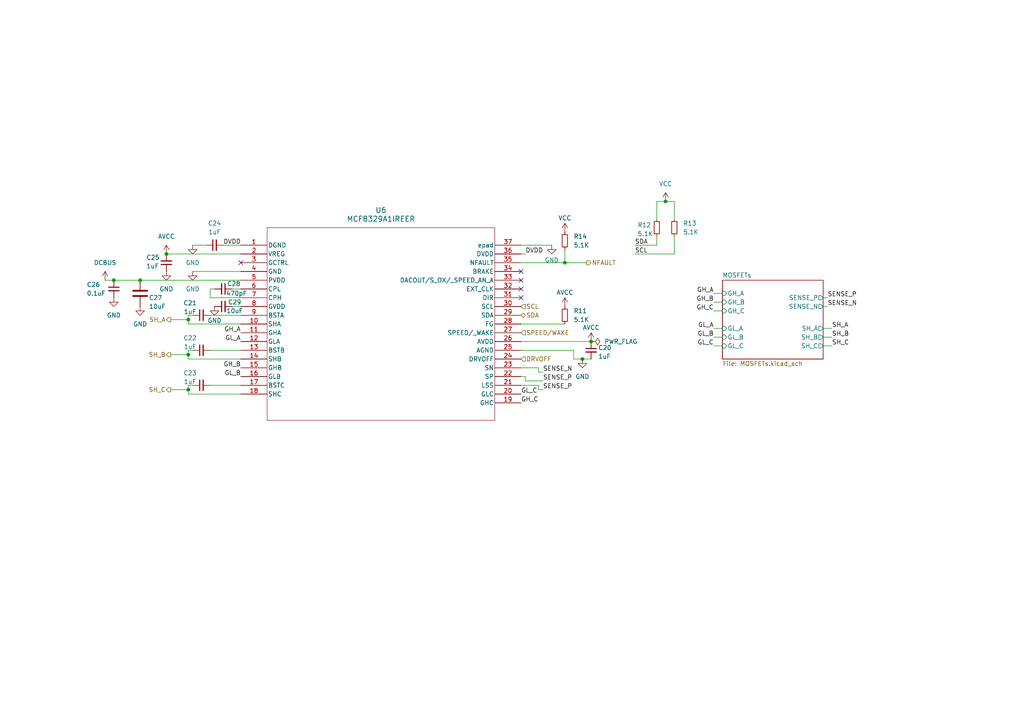
<source format=kicad_sch>
(kicad_sch (version 20231120) (generator "eeschema") (generator_version "8.0")
  (paper "A4")
  (lib_symbols
    (symbol "Device:C" (pin_numbers hide) (pin_names (offset 0.254))
      (property "Reference" "C" (at 0.635 2.54 0))
      (property "Value" "C" (at 0.635 -2.54 0))
      (symbol "C_0_1"
        (polyline (pts (xy -2.032 -0.762) (xy 2.032 -0.762)) (stroke (width 0.508)))
        (polyline (pts (xy -2.032 0.762) (xy 2.032 0.762)) (stroke (width 0.508)))
      )
      (symbol "C_1_1"
        (pin passive line (at 0 3.81 270) (length 2.794) (name "~") (number "1"))
        (pin passive line (at 0 -3.81 90) (length 2.794) (name "~") (number "2"))
      )
    )
    (symbol "Device:C_Small" (pin_numbers hide) (pin_names (offset 0.254) hide)
      (property "Reference" "C" (at 0.254 1.778 0))
      (property "Value" "C_Small" (at 0.254 -2.032 0))
      (symbol "C_Small_0_1"
        (polyline (pts (xy -1.524 -0.508) (xy 1.524 -0.508)) (stroke (width 0.3302)))
        (polyline (pts (xy -1.524 0.508) (xy 1.524 0.508)) (stroke (width 0.3048)))
      )
      (symbol "C_Small_1_1"
        (pin passive line (at 0 2.54 270) (length 2.032) (name "~") (number "1"))
        (pin passive line (at 0 -2.54 90) (length 2.032) (name "~") (number "2"))
      )
    )
    (symbol "Device:R_Small" (pin_numbers hide) (pin_names (offset 0.254) hide)
      (property "Reference" "R" (at 0.762 0.508 0))
      (property "Value" "R_Small" (at 0.762 -1.016 0))
      (symbol "R_Small_0_1"
        (rectangle (start -0.762 1.778) (end 0.762 -1.778) (stroke (width 0.2032)))
      )
      (symbol "R_Small_1_1"
        (pin passive line (at 0 2.54 270) (length 0.762) (name "~") (number "1"))
        (pin passive line (at 0 -2.54 90) (length 0.762) (name "~") (number "2"))
      )
    )
    (symbol "MCF8329A:MCF8329A1IREER" (pin_names (offset 0.254))
      (property "Reference" "U6" (at 40.64 10.16 0))
      (property "Value" "MCF8329A1IREER" (at 40.64 7.62 0))
      (symbol "MCF8329A1IREER_0_1"
        (polyline (pts (xy 7.62 -50.8) (xy 73.66 -50.8)) (stroke (width 0.127)))
        (polyline (pts (xy 7.62 5.08) (xy 7.62 -50.8)) (stroke (width 0.127)))
        (polyline (pts (xy 73.66 -50.8) (xy 73.66 5.08)) (stroke (width 0.127)))
        (polyline (pts (xy 73.66 5.08) (xy 7.62 5.08)) (stroke (width 0.127)))
        (pin power_out line (at 0 0 0) (length 7.62) (name "DGND") (number "1"))
        (pin bidirectional line (at 0 -22.86 0) (length 7.62) (name "SHA") (number "10"))
        (pin output line (at 0 -25.4 0) (length 7.62) (name "GHA") (number "11"))
        (pin output line (at 0 -27.94 0) (length 7.62) (name "GLA") (number "12"))
        (pin output line (at 0 -30.48 0) (length 7.62) (name "BSTB") (number "13"))
        (pin bidirectional line (at 0 -33.02 0) (length 7.62) (name "SHB") (number "14"))
        (pin output line (at 0 -35.56 0) (length 7.62) (name "GHB") (number "15"))
        (pin output line (at 0 -38.1 0) (length 7.62) (name "GLB") (number "16"))
        (pin output line (at 0 -40.64 0) (length 7.62) (name "BSTC") (number "17"))
        (pin bidirectional line (at 0 -43.18 0) (length 7.62) (name "SHC") (number "18"))
        (pin output line (at 81.28 -45.72 180) (length 7.62) (name "GHC") (number "19"))
        (pin power_in line (at 0 -2.54 0) (length 7.62) (name "VREG") (number "2"))
        (pin output line (at 81.28 -43.18 180) (length 7.62) (name "GLC") (number "20"))
        (pin power_in line (at 81.28 -40.64 180) (length 7.62) (name "LSS") (number "21"))
        (pin input line (at 81.28 -38.1 180) (length 7.62) (name "SP") (number "22"))
        (pin input line (at 81.28 -35.56 180) (length 7.62) (name "SN") (number "23"))
        (pin input line (at 81.28 -33.02 180) (length 7.62) (name "DRVOFF") (number "24"))
        (pin power_in line (at 81.28 -27.94 180) (length 7.62) (name "AVDD") (number "26"))
        (pin input line (at 81.28 -25.4 180) (length 7.62) (name "SPEED/_WAKE") (number "27"))
        (pin output line (at 81.28 -22.86 180) (length 7.62) (name "FG") (number "28"))
        (pin bidirectional line (at 81.28 -20.32 180) (length 7.62) (name "SDA") (number "29"))
        (pin output line (at 0 -5.08 0) (length 7.62) (name "GCTRL") (number "3"))
        (pin input line (at 81.28 -17.78 180) (length 7.62) (name "SCL") (number "30"))
        (pin input line (at 81.28 -15.24 180) (length 7.62) (name "DIR") (number "31"))
        (pin input line (at 81.28 -12.7 180) (length 7.62) (name "EXT_CLK") (number "32"))
        (pin bidirectional line (at 81.28 -10.16 180) (length 7.62) (name "DACOUT/S_OX/_SPEED_AN_A") (number "33"))
        (pin input line (at 81.28 -7.62 180) (length 7.62) (name "BRAKE") (number "34"))
        (pin output line (at 81.28 -5.08 180) (length 7.62) (name "NFAULT") (number "35"))
        (pin power_in line (at 81.28 -2.54 180) (length 7.62) (name "DVDD") (number "36"))
        (pin power_out line (at 0 -7.62 0) (length 7.62) (name "GND") (number "4"))
        (pin power_in line (at 0 -10.16 0) (length 7.62) (name "PVDD") (number "5"))
        (pin output line (at 0 -20.32 0) (length 7.62) (name "BSTA") (number "9"))
      )
      (symbol "MCF8329A1IREER_1_1"
        (pin passive line (at 81.28 -30.48 180) (length 7.62) (name "AGND") (number "25"))
        (pin passive line (at 81.28 0 180) (length 7.62) (name "epad") (number "37"))
        (pin passive line (at 0 -12.7 0) (length 7.62) (name "CPL") (number "6"))
        (pin passive line (at 0 -15.24 0) (length 7.62) (name "CPH") (number "7"))
        (pin passive line (at 0 -17.78 0) (length 7.62) (name "GVDD") (number "8"))
      )
    )
    (symbol "power:GND" (power) (pin_numbers hide) (pin_names (offset 0) hide)
      (property "Value" "GND" (at 0 -3.81 0))
      (symbol "GND_0_1"
        (polyline (pts (xy 0 0) (xy 0 -1.27) (xy 1.27 -1.27) (xy 0 -2.54) (xy -1.27 -1.27) (xy 0 -1.27)))
      )
      (symbol "GND_1_1"
        (pin power_in line (at 0 0 270) (length 0) (name "~") (number "1"))
      )
    )
    (symbol "power:PWR_FLAG" (power) (pin_numbers hide) (pin_names (offset 0) hide)
      (property "Value" "PWR_FLAG" (at 0 3.81 0))
      (symbol "PWR_FLAG_0_0"
        (pin power_out line (at 0 0 90) (length 0) (name "~") (number "1"))
      )
      (symbol "PWR_FLAG_0_1"
        (polyline (pts (xy 0 0) (xy 0 1.27) (xy -1.016 1.905) (xy 0 2.54) (xy 1.016 1.905) (xy 0 1.27)))
      )
    )
    (symbol "power:VCC" (power) (pin_numbers hide) (pin_names (offset 0) hide)
      (property "Value" "VCC" (at 0 3.556 0))
      (symbol "VCC_0_1"
        (polyline (pts (xy -0.762 1.27) (xy 0 2.54)))
        (polyline (pts (xy 0 0) (xy 0 2.54)))
        (polyline (pts (xy 0 2.54) (xy 0.762 1.27)))
      )
      (symbol "VCC_1_1"
        (pin power_in line (at 0 0 90) (length 0) (name "~") (number "1"))
      )
    )
  )
  (junction (at 33.02 81.28))
  (junction (at 54.61 92.71))
  (junction (at 48.26 73.66))
  (junction (at 168.91 104.14))
  (junction (at 54.61 102.87))
  (junction (at 171.45 99.06))
  (junction (at 163.83 76.2))
  (junction (at 54.61 113.03))
  (junction (at 193.04 58.42))
  (junction (at 40.64 81.28))
  (no_connect (at 151.13 81.28))
  (no_connect (at 69.85 76.2))
  (no_connect (at 151.13 83.82))
  (no_connect (at 151.13 86.36))
  (no_connect (at 151.13 78.74))
  (wire (pts (xy 193.04 58.42) (xy 190.5 58.42)))
  (wire (pts (xy 156.21 113.03) (xy 157.48 113.03)))
  (wire (pts (xy 184.15 73.66) (xy 195.58 73.66)))
  (wire (pts (xy 55.88 91.44) (xy 54.61 91.44)))
  (wire (pts (xy 54.61 92.71) (xy 54.61 93.98)))
  (wire (pts (xy 207.01 90.17) (xy 209.55 90.17)))
  (wire (pts (xy 207.01 87.63) (xy 209.55 87.63)))
  (wire (pts (xy 207.01 95.25) (xy 209.55 95.25)))
  (wire (pts (xy 54.61 104.14) (xy 69.85 104.14)))
  (wire (pts (xy 241.3 97.79) (xy 238.76 97.79)))
  (wire (pts (xy 240.03 86.36) (xy 238.76 86.36)))
  (wire (pts (xy 207.01 97.79) (xy 209.55 97.79)))
  (wire (pts (xy 156.21 111.76) (xy 151.13 111.76)))
  (wire (pts (xy 49.53 102.87) (xy 54.61 102.87)))
  (wire (pts (xy 60.96 91.44) (xy 69.85 91.44)))
  (wire (pts (xy 152.4 73.66) (xy 151.13 73.66)))
  (wire (pts (xy 241.3 100.33) (xy 238.76 100.33)))
  (wire (pts (xy 156.21 113.03) (xy 156.21 111.76)))
  (wire (pts (xy 55.88 101.6) (xy 54.61 101.6)))
  (wire (pts (xy 207.01 100.33) (xy 209.55 100.33)))
  (wire (pts (xy 157.48 110.49) (xy 152.4 110.49)))
  (wire (pts (xy 151.13 93.98) (xy 163.83 93.98)))
  (wire (pts (xy 166.37 101.6) (xy 166.37 104.14)))
  (wire (pts (xy 184.15 71.12) (xy 190.5 71.12)))
  (wire (pts (xy 40.64 81.28) (xy 69.85 81.28)))
  (wire (pts (xy 152.4 110.49) (xy 152.4 109.22)))
  (wire (pts (xy 207.01 85.09) (xy 209.55 85.09)))
  (wire (pts (xy 54.61 101.6) (xy 54.61 102.87)))
  (wire (pts (xy 54.61 113.03) (xy 54.61 114.3)))
  (wire (pts (xy 195.58 68.58) (xy 195.58 73.66)))
  (wire (pts (xy 54.61 102.87) (xy 54.61 104.14)))
  (wire (pts (xy 163.83 72.39) (xy 163.83 76.2)))
  (wire (pts (xy 54.61 114.3) (xy 69.85 114.3)))
  (wire (pts (xy 60.96 83.82) (xy 60.96 86.36)))
  (wire (pts (xy 195.58 58.42) (xy 195.58 63.5)))
  (wire (pts (xy 151.13 71.12) (xy 160.02 71.12)))
  (wire (pts (xy 168.91 104.14) (xy 171.45 104.14)))
  (wire (pts (xy 241.3 95.25) (xy 238.76 95.25)))
  (wire (pts (xy 54.61 93.98) (xy 69.85 93.98)))
  (wire (pts (xy 49.53 92.71) (xy 54.61 92.71)))
  (wire (pts (xy 151.13 99.06) (xy 171.45 99.06)))
  (wire (pts (xy 48.26 73.66) (xy 69.85 73.66)))
  (wire (pts (xy 156.21 106.68) (xy 151.13 106.68)))
  (wire (pts (xy 170.18 76.2) (xy 163.83 76.2)))
  (wire (pts (xy 190.5 58.42) (xy 190.5 63.5)))
  (wire (pts (xy 49.53 113.03) (xy 54.61 113.03)))
  (wire (pts (xy 60.96 83.82) (xy 62.23 83.82)))
  (wire (pts (xy 151.13 101.6) (xy 166.37 101.6)))
  (wire (pts (xy 193.04 58.42) (xy 195.58 58.42)))
  (wire (pts (xy 60.96 111.76) (xy 69.85 111.76)))
  (wire (pts (xy 54.61 111.76) (xy 54.61 113.03)))
  (wire (pts (xy 67.31 88.9) (xy 69.85 88.9)))
  (wire (pts (xy 54.61 91.44) (xy 54.61 92.71)))
  (wire (pts (xy 64.77 71.12) (xy 69.85 71.12)))
  (wire (pts (xy 166.37 104.14) (xy 168.91 104.14)))
  (wire (pts (xy 163.83 76.2) (xy 151.13 76.2)))
  (wire (pts (xy 67.31 83.82) (xy 69.85 83.82)))
  (wire (pts (xy 33.02 81.28) (xy 40.64 81.28)))
  (wire (pts (xy 60.96 86.36) (xy 69.85 86.36)))
  (wire (pts (xy 190.5 68.58) (xy 190.5 71.12)))
  (wire (pts (xy 30.48 81.28) (xy 33.02 81.28)))
  (wire (pts (xy 55.88 78.74) (xy 69.85 78.74)))
  (wire (pts (xy 60.96 101.6) (xy 69.85 101.6)))
  (wire (pts (xy 152.4 109.22) (xy 151.13 109.22)))
  (wire (pts (xy 55.88 111.76) (xy 54.61 111.76)))
  (wire (pts (xy 157.48 107.95) (xy 156.21 107.95)))
  (wire (pts (xy 240.03 88.9) (xy 238.76 88.9)))
  (wire (pts (xy 55.88 71.12) (xy 59.69 71.12)))
  (wire (pts (xy 156.21 107.95) (xy 156.21 106.68)))
  (label "GH_A" (at 207.01 85.09 180))
  (label "SENSE_P" (at 240.03 86.36 0))
  (label "GL_B" (at 69.85 109.22 180))
  (label "GH_B" (at 69.85 106.68 180))
  (label "SENSE_P" (at 157.48 113.03 0))
  (label "GH_B" (at 207.01 87.63 180))
  (label "GL_C" (at 207.01 100.33 180))
  (label "SDA" (at 184.15 71.12 0))
  (label "SH_B" (at 241.3 97.79 0))
  (label "GL_C" (at 151.13 114.3 0))
  (label "GH_A" (at 69.85 96.52 180))
  (label "SCL" (at 184.15 73.66 0))
  (label "GH_C" (at 151.13 116.84 0))
  (label "GL_B" (at 207.01 97.79 180))
  (label "SENSE_N" (at 240.03 88.9 0))
  (label "GL_A" (at 69.85 99.06 180))
  (label "SENSE_P" (at 157.48 110.49 0))
  (label "SH_C" (at 241.3 100.33 0))
  (label "DVDD" (at 152.4 73.66 0))
  (label "SENSE_N" (at 157.48 107.95 0))
  (label "DVDD" (at 64.77 71.12 0))
  (label "GH_C" (at 207.01 90.17 180))
  (label "GL_A" (at 207.01 95.25 180))
  (label "SH_A" (at 241.3 95.25 0))
  (hierarchical_label "SH_C" (shape output) (at 49.53 113.03 180))
  (hierarchical_label "SH_B" (shape output) (at 49.53 102.87 180))
  (hierarchical_label "SDA" (shape bidirectional) (at 151.13 91.44 0))
  (hierarchical_label "DRVOFF" (shape input) (at 151.13 104.14 0))
  (hierarchical_label "SH_A" (shape output) (at 49.53 92.71 180))
  (hierarchical_label "SCL" (shape input) (at 151.13 88.9 0))
  (hierarchical_label "NFAULT" (shape output) (at 170.18 76.2 0))
  (hierarchical_label "SPEED{slash}WAKE" (shape input) (at 151.13 96.52 0))
  (symbol (lib_id "Device:C_Small") (at 64.77 88.9 90) (unit 1)
    (property "Reference" "C29" (at 68.072 87.63 90))
    (property "Value" "10uF" (at 68.072 90.17 90))
    (property "Footprint" "Capacitor_SMD:C_0603_1608Metric" (effects (hide yes)))
    (property "Description" "Unpolarized capacitor, small symbol" (effects (hide yes)))
    (property "LCSC Part #" "C194427" (effects (hide yes)))
  )
  (symbol (lib_id "Device:C_Small") (at 171.45 101.6 0) (unit 1)
    (property "Reference" "C20" (at 173.482 100.838 0) (effects (justify left)))
    (property "Value" "1uF" (at 173.482 103.378 0) (effects (justify left)))
    (property "Footprint" "Capacitor_SMD:C_0603_1608Metric" (effects (hide yes)))
    (property "Description" "Unpolarized capacitor, small symbol" (effects (hide yes)))
    (property "LCSC Part #" "C106858" (effects (hide yes)))
  )
  (symbol (lib_id "power:VCC") (at 163.83 88.9 0) (unit 1)
    (property "Reference" "#PWR033" (effects (hide yes)))
    (property "Value" "AVCC" (at 163.83 84.836 0))
    (property "Description" "Power symbol creates a global label with name \"VCC\"" (effects (hide yes)))
  )
  (symbol (lib_id "Device:C_Small") (at 62.23 71.12 90) (unit 1)
    (property "Reference" "C24" (at 62.2363 64.77 90))
    (property "Value" "1uF" (at 62.2363 67.31 90))
    (property "Footprint" "Capacitor_SMD:C_0603_1608Metric" (effects (hide yes)))
    (property "Description" "Unpolarized capacitor, small symbol" (effects (hide yes)))
    (property "LCSC Part #" "C106858" (effects (hide yes)))
  )
  (symbol (lib_id "Device:C_Small") (at 33.02 83.82 0) (unit 1)
    (property "Reference" "C26" (at 25.146 82.55 0) (effects (justify left)))
    (property "Value" "0.1uF" (at 25.146 85.09 0) (effects (justify left)))
    (property "Footprint" "Capacitor_SMD:C_0805_2012Metric" (effects (hide yes)))
    (property "Description" "Unpolarized capacitor, small symbol" (effects (hide yes)))
    (property "LCSC Part #" "C28233" (effects (hide yes)))
  )
  (symbol (lib_id "power:VCC") (at 171.45 99.06 0) (unit 1)
    (property "Reference" "#PWR025" (effects (hide yes)))
    (property "Value" "AVCC" (at 171.45 94.996 0))
    (property "Description" "Power symbol creates a global label with name \"VCC\"" (effects (hide yes)))
  )
  (symbol (lib_id "power:GND") (at 55.88 71.12 0) (unit 1)
    (property "Reference" "#PWR023" (effects (hide yes)))
    (property "Value" "GND" (at 55.88 76.2 0))
    (property "Description" "Power symbol creates a global label with name \"GND\" , ground" (effects (hide yes)))
  )
  (symbol (lib_id "Device:R_Small") (at 163.83 69.85 0) (unit 1)
    (property "Reference" "R14" (at 166.37 68.5799 0) (effects (justify left)))
    (property "Value" "5.1K" (at 166.37 71.1199 0) (effects (justify left)))
    (property "Footprint" "Resistor_SMD:R_0402_1005Metric" (effects (hide yes)))
    (property "Description" "Resistor, small symbol" (effects (hide yes)))
    (property "LCSC Part #" " C105872" (effects (hide yes)))
  )
  (symbol (lib_id "power:VCC") (at 48.26 73.66 0) (unit 1)
    (property "Reference" "#PWR026" (effects (hide yes)))
    (property "Value" "AVCC" (at 48.26 68.58 0))
    (property "Description" "Power symbol creates a global label with name \"VCC\"" (effects (hide yes)))
  )
  (symbol (lib_id "power:GND") (at 55.88 78.74 0) (unit 1)
    (property "Reference" "#PWR024" (effects (hide yes)))
    (property "Value" "GND" (at 55.88 83.82 0))
    (property "Description" "Power symbol creates a global label with name \"GND\" , ground" (effects (hide yes)))
  )
  (symbol (lib_id "power:VCC") (at 30.48 81.28 0) (unit 1)
    (property "Reference" "#PWR028" (effects (hide yes)))
    (property "Value" "DCBUS" (at 30.48 76.2 0))
    (property "Description" "Power symbol creates a global label with name \"VCC\"" (effects (hide yes)))
  )
  (symbol (lib_id "power:GND") (at 48.26 78.74 0) (unit 1)
    (property "Reference" "#PWR027" (effects (hide yes)))
    (property "Value" "GND" (at 48.26 83.82 0))
    (property "Description" "Power symbol creates a global label with name \"GND\" , ground" (effects (hide yes)))
  )
  (symbol (lib_id "power:PWR_FLAG") (at 171.45 99.06 270) (unit 1)
    (property "Reference" "#FLG03" (effects (hide yes)))
    (property "Value" "PWR_FLAG" (at 175.26 99.0599 90) (effects (justify left)))
    (property "Description" "Special symbol for telling ERC where power comes from" (effects (hide yes)))
  )
  (symbol (lib_id "power:GND") (at 160.02 71.12 0) (unit 1)
    (property "Reference" "#PWR0111" (effects (hide yes)))
    (property "Value" "GND" (at 160.02 75.438 0))
    (property "Description" "Power symbol creates a global label with name \"GND\" , ground" (effects (hide yes)))
  )
  (symbol (lib_id "power:VCC") (at 163.83 67.31 0) (unit 1)
    (property "Reference" "#PWR034" (effects (hide yes)))
    (property "Value" "VCC" (at 163.83 63.246 0))
    (property "Description" "Power symbol creates a global label with name \"VCC\"" (effects (hide yes)))
  )
  (symbol (lib_id "Device:C_Small") (at 48.26 76.2 180) (unit 1)
    (property "Reference" "C25" (at 42.418 74.676 0) (effects (justify right)))
    (property "Value" "1uF" (at 42.418 77.216 0) (effects (justify right)))
    (property "Footprint" "Capacitor_SMD:C_0603_1608Metric" (effects (hide yes)))
    (property "Description" "Unpolarized capacitor, small symbol" (effects (hide yes)))
    (property "LCSC Part #" "C106858" (effects (hide yes)))
  )
  (symbol (lib_id "power:VCC") (at 193.04 58.42 0) (unit 1)
    (property "Reference" "#PWR032" (effects (hide yes)))
    (property "Value" "VCC" (at 193.04 53.34 0))
    (property "Description" "Power symbol creates a global label with name \"VCC\"" (effects (hide yes)))
  )
  (symbol (lib_id "Device:R_Small") (at 190.5 66.04 0) (unit 1)
    (property "Reference" "R12" (at 184.912 65.278 0) (effects (justify left)))
    (property "Value" "5.1K" (at 184.912 67.818 0) (effects (justify left)))
    (property "Footprint" "Resistor_SMD:R_0402_1005Metric" (effects (hide yes)))
    (property "Description" "Resistor, small symbol" (effects (hide yes)))
    (property "LCSC Part #" " C105872" (effects (hide yes)))
  )
  (symbol (lib_id "power:GND") (at 62.23 88.9 0) (unit 1)
    (property "Reference" "#PWR031" (effects (hide yes)))
    (property "Value" "GND" (at 62.23 92.964 0))
    (property "Description" "Power symbol creates a global label with name \"GND\" , ground" (effects (hide yes)))
  )
  (symbol (lib_id "Device:C_Small") (at 64.77 83.82 270) (unit 1)
    (property "Reference" "C28" (at 67.818 82.296 90))
    (property "Value" "470pF" (at 68.58 85.09 90))
    (property "Footprint" "Capacitor_SMD:C_0603_1608Metric" (effects (hide yes)))
    (property "Description" "Unpolarized capacitor, small symbol" (effects (hide yes)))
    (property "LCSC Part #" " C107062" (effects (hide yes)))
  )
  (symbol (lib_id "Device:R_Small") (at 195.58 66.04 0) (unit 1)
    (property "Reference" "R13" (at 198.12 64.7699 0) (effects (justify left)))
    (property "Value" "5.1K" (at 198.12 67.3099 0) (effects (justify left)))
    (property "Footprint" "Resistor_SMD:R_0402_1005Metric" (effects (hide yes)))
    (property "Description" "Resistor, small symbol" (effects (hide yes)))
    (property "LCSC Part #" " C105872" (effects (hide yes)))
  )
  (symbol (lib_id "power:GND") (at 40.64 88.9 0) (unit 1)
    (property "Reference" "#PWR030" (effects (hide yes)))
    (property "Value" "GND" (at 40.64 93.98 0))
    (property "Description" "Power symbol creates a global label with name \"GND\" , ground" (effects (hide yes)))
  )
  (symbol (lib_id "power:GND") (at 168.91 104.14 0) (unit 1)
    (property "Reference" "#PWR013" (effects (hide yes)))
    (property "Value" "GND" (at 168.91 109.22 0))
    (property "Description" "Power symbol creates a global label with name \"GND\" , ground" (effects (hide yes)))
  )
  (symbol (lib_id "power:GND") (at 33.02 86.36 0) (unit 1)
    (property "Reference" "#PWR029" (effects (hide yes)))
    (property "Value" "GND" (at 33.02 91.44 0))
    (property "Description" "Power symbol creates a global label with name \"GND\" , ground" (effects (hide yes)))
  )
  (symbol (lib_id "Device:C") (at 40.64 85.09 0) (unit 1)
    (property "Reference" "C27" (at 43.18 86.36 0) (effects (justify left)))
    (property "Value" "10uF" (at 43.18 88.9 0) (effects (justify left)))
    (property "Footprint" "Capacitor_SMD:C_1210_3225Metric" (effects (hide yes)))
    (property "Description" "Unpolarized capacitor" (effects (hide yes)))
    (property "LCSC Part #" " C5156756" (effects (hide yes)))
    (property "LCSC Part #" " C5156756" (effects (hide yes)))
  )
  (symbol (lib_id "Device:R_Small") (at 163.83 91.44 0) (unit 1)
    (property "Reference" "R11" (at 166.37 90.1699 0) (effects (justify left)))
    (property "Value" "5.1K" (at 166.37 92.7099 0) (effects (justify left)))
    (property "Footprint" "Resistor_SMD:R_0402_1005Metric" (effects (hide yes)))
    (property "Description" "Resistor, small symbol" (effects (hide yes)))
    (property "LCSC Part #" " C105872" (effects (hide yes)))
  )
  (symbol (lib_id "Device:C_Small") (at 58.42 101.6 90) (unit 1)
    (property "Reference" "C22" (at 55.118 98.044 90))
    (property "Value" "1uF" (at 55.118 100.584 90))
    (property "Footprint" "Capacitor_SMD:C_0603_1608Metric" (effects (hide yes)))
    (property "Description" "Unpolarized capacitor, small symbol" (effects (hide yes)))
    (property "LCSC Part #" "C106858" (effects (hide yes)))
  )
  (symbol (lib_id "Device:C_Small") (at 58.42 111.76 90) (unit 1)
    (property "Reference" "C23" (at 55.118 108.204 90))
    (property "Value" "1uF" (at 55.118 110.744 90))
    (property "Footprint" "Capacitor_SMD:C_0603_1608Metric" (effects (hide yes)))
    (property "Description" "Unpolarized capacitor, small symbol" (effects (hide yes)))
    (property "LCSC Part #" "C106858" (effects (hide yes)))
  )
  (symbol (lib_id "Device:C_Small") (at 58.42 91.44 90) (unit 1)
    (property "Reference" "C21" (at 55.118 87.884 90))
    (property "Value" "1uF" (at 55.118 90.424 90))
    (property "Footprint" "Capacitor_SMD:C_0603_1608Metric" (effects (hide yes)))
    (property "Description" "Unpolarized capacitor, small symbol" (effects (hide yes)))
    (property "LCSC Part #" "C106858" (effects (hide yes)))
  )
  (symbol (lib_id "MCF8329A:MCF8329A1IREER") (at 69.85 71.12 0) (unit 1)
    (property "Reference" "U6" (at 110.49 60.96 0) (effects (font (size 1.524 1.524))))
    (property "Value" "MCF8329A1IREER" (at 110.49 63.5 0) (effects (font (size 1.524 1.524))))
    (property "Footprint" "footprints:WQFN36_REE_TEX" (effects (hide yes)))
    (property "Datasheet" "MCF8329A1IREER" (effects (hide yes)))
    (property "LCSC Part #" "C22399784" (effects (hide yes)))
  )
  (sheet (at 209.55 81.28) (size 29.21 22.86) (stroke (width 0.1524))
    (property "Sheetname" "MOSFETs" (at 209.55 80.5684 0) (effects (justify left bottom)))
    (property "Sheetfile" "MOSFETs.kicad_sch" (at 209.55 104.7246 0) (effects (justify left top)))
    (pin "GL_C" input (at 209.55 100.33 180))
    (pin "GL_B" input (at 209.55 97.79 180))
    (pin "GH_B" input (at 209.55 87.63 180))
    (pin "GH_A" input (at 209.55 85.09 180))
    (pin "SH_A" output (at 238.76 95.25 0))
    (pin "SH_B" output (at 238.76 97.79 0))
    (pin "SH_C" output (at 238.76 100.33 0))
    (pin "GH_C" input (at 209.55 90.17 180))
    (pin "GL_A" input (at 209.55 95.25 180))
    (pin "SENSE_P" output (at 238.76 86.36 0))
    (pin "SENSE_N" output (at 238.76 88.9 0))
  )
)
</source>
